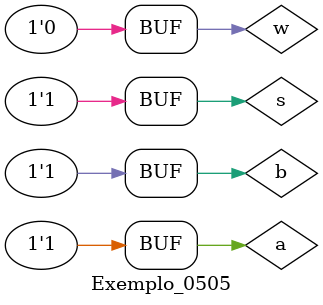
<source format=v>

module Exemplo_0505();

//------------------------ definir dados
reg a;
reg b;

wire w, s;

//------------------------ definir duas instancias para nor

nor U1 (w, a, b);
nor U2 (s, w, w);

//------------------------- parte principal

initial 
begin : main 
    $display("Exemplo_0505 - Matheus Santos Rosa Carneiro - 613414");
    $display("Test module 505");
    // projetar testes do modulo
    $monitor("a = %4b b = %4b s = %4b", a, b, s);

    a = 1'b0; b = 1'b0;

#1  a = 1'b0; b = 1'b1; 
#1  a = 1'b1; b = 1'b0;
#1  a = 1'b1; b = 1'b1;

end

endmodule // Exemplo_0505()   

</source>
